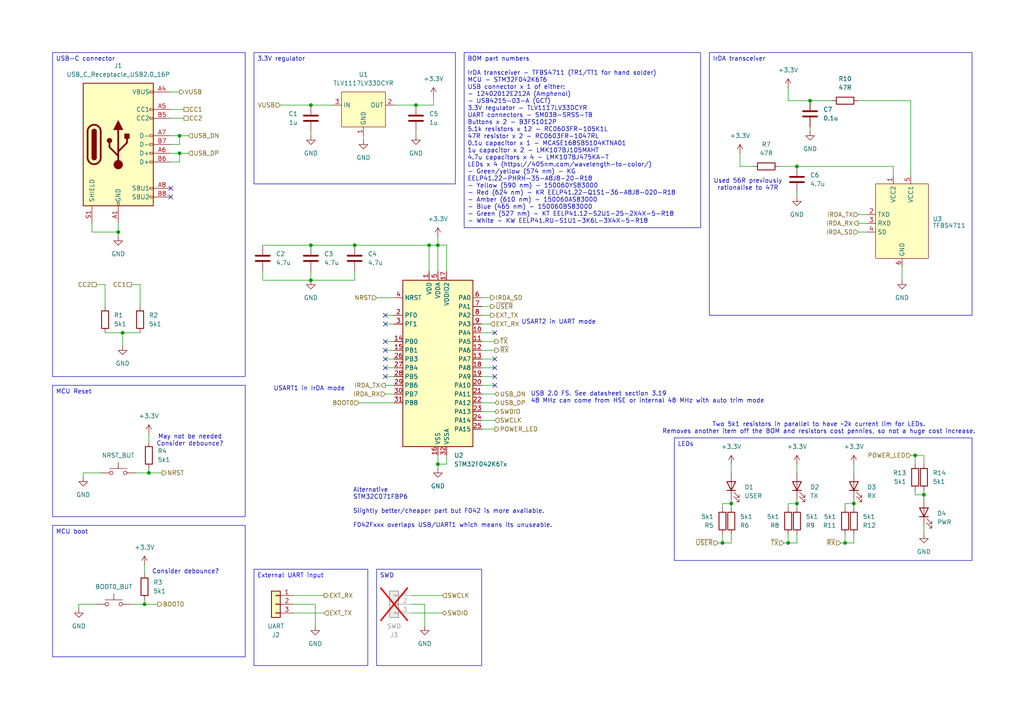
<source format=kicad_sch>
(kicad_sch (version 20250114) (generator "eeschema") (generator_version "9.0")
  (paper "A4")
  (lib_symbols
    (symbol "Connector:USB_C_Receptacle_USB2.0_16P" (pin_names (offset 1.016))
      (property "Reference" "J" (at 0 22.225 0))
      (property "Value" "USB_C_Receptacle_USB2.0_16P" (at 0 19.685 0))
      (symbol "USB_C_Receptacle_USB2.0_16P_0_0"
        (rectangle (start -0.254 -17.78) (end 0.254 -16.764))
        (rectangle (start 10.16 15.494) (end 9.144 14.986))
        (rectangle (start 10.16 10.414) (end 9.144 9.906))
        (rectangle (start 10.16 7.874) (end 9.144 7.366))
        (rectangle (start 10.16 2.794) (end 9.144 2.286))
        (rectangle (start 10.16 0.254) (end 9.144 -0.254))
        (rectangle (start 10.16 -2.286) (end 9.144 -2.794))
        (rectangle (start 10.16 -4.826) (end 9.144 -5.334))
        (rectangle (start 10.16 -12.446) (end 9.144 -12.954))
        (rectangle (start 10.16 -14.986) (end 9.144 -15.494))
      )
      (symbol "USB_C_Receptacle_USB2.0_16P_0_1"
        (rectangle (start -10.16 17.78) (end 10.16 -17.78) (stroke (width 0.254)) (fill (type background)))
        (polyline (pts (xy -8.89 -3.81) (xy -8.89 3.81)) (stroke (width 0.508)))
        (rectangle (start -7.62 -3.81) (end -6.35 3.81) (stroke (width 0.254)) (fill (type outline)))
        (arc (start -7.62 3.81) (mid -6.985 4.4423) (end -6.35 3.81) (stroke (width 0.254)))
        (arc (start -7.62 3.81) (mid -6.985 4.4423) (end -6.35 3.81) (stroke (width 0.254)) (fill (type outline)))
        (arc (start -8.89 3.81) (mid -6.985 5.7067) (end -5.08 3.81) (stroke (width 0.508)))
        (arc (start -5.08 -3.81) (mid -6.985 -5.7067) (end -8.89 -3.81) (stroke (width 0.508)))
        (arc (start -6.35 -3.81) (mid -6.985 -4.4423) (end -7.62 -3.81) (stroke (width 0.254)))
        (arc (start -6.35 -3.81) (mid -6.985 -4.4423) (end -7.62 -3.81) (stroke (width 0.254)) (fill (type outline)))
        (polyline (pts (xy -5.08 3.81) (xy -5.08 -3.81)) (stroke (width 0.508)))
        (circle (center -2.54 1.143) (radius 0.635) (stroke (width 0.254)) (fill (type outline)))
        (polyline (pts (xy -1.27 4.318) (xy 0 6.858) (xy 1.27 4.318) (xy -1.27 4.318)) (stroke (width 0.254)) (fill (type outline)))
        (polyline (pts (xy 0 -2.032) (xy 2.54 0.508) (xy 2.54 1.778)) (stroke (width 0.508)))
        (polyline (pts (xy 0 -3.302) (xy -2.54 -0.762) (xy -2.54 0.508)) (stroke (width 0.508)))
        (polyline (pts (xy 0 -5.842) (xy 0 4.318)) (stroke (width 0.508)))
        (circle (center 0 -5.842) (radius 1.27) (fill (type outline)))
        (rectangle (start 1.905 1.778) (end 3.175 3.048) (stroke (width 0.254)) (fill (type outline)))
      )
      (symbol "USB_C_Receptacle_USB2.0_16P_1_1"
        (pin passive line (at -7.62 -22.86 90) (length 5.08) (name "SHIELD") (number "S1"))
        (pin passive line (at 0 -22.86 90) (length 5.08) (name "GND") (number "A1"))
        (pin passive line (at 0 -22.86 90) (length 5.08) (hide yes) (name "GND") (number "A12"))
        (pin passive line (at 0 -22.86 90) (length 5.08) (hide yes) (name "GND") (number "B1"))
        (pin passive line (at 0 -22.86 90) (length 5.08) (hide yes) (name "GND") (number "B12"))
        (pin passive line (at 15.24 15.24 180) (length 5.08) (name "VBUS") (number "A4"))
        (pin passive line (at 15.24 15.24 180) (length 5.08) (hide yes) (name "VBUS") (number "A9"))
        (pin passive line (at 15.24 15.24 180) (length 5.08) (hide yes) (name "VBUS") (number "B4"))
        (pin passive line (at 15.24 15.24 180) (length 5.08) (hide yes) (name "VBUS") (number "B9"))
        (pin bidirectional line (at 15.24 10.16 180) (length 5.08) (name "CC1") (number "A5"))
        (pin bidirectional line (at 15.24 7.62 180) (length 5.08) (name "CC2") (number "B5"))
        (pin bidirectional line (at 15.24 2.54 180) (length 5.08) (name "D-") (number "A7"))
        (pin bidirectional line (at 15.24 0 180) (length 5.08) (name "D-") (number "B7"))
        (pin bidirectional line (at 15.24 -2.54 180) (length 5.08) (name "D+") (number "A6"))
        (pin bidirectional line (at 15.24 -5.08 180) (length 5.08) (name "D+") (number "B6"))
        (pin bidirectional line (at 15.24 -12.7 180) (length 5.08) (name "SBU1") (number "A8"))
        (pin bidirectional line (at 15.24 -15.24 180) (length 5.08) (name "SBU2") (number "B8"))
      )
    )
    (symbol "Connector_Generic:Conn_01x03" (pin_names (offset 1.016) (hide yes))
      (property "Reference" "J" (at 0 5.08 0))
      (property "Value" "Conn_01x03" (at 0 -5.08 0))
      (symbol "Conn_01x03_1_1"
        (rectangle (start -1.27 3.81) (end 1.27 -3.81) (stroke (width 0.254)) (fill (type background)))
        (rectangle (start -1.27 2.667) (end 0 2.413) (stroke (width 0.1524)))
        (rectangle (start -1.27 0.127) (end 0 -0.127) (stroke (width 0.1524)))
        (rectangle (start -1.27 -2.413) (end 0 -2.667) (stroke (width 0.1524)))
        (pin passive line (at -5.08 2.54 0) (length 3.81) (name "Pin_1") (number "1"))
        (pin passive line (at -5.08 0 0) (length 3.81) (name "Pin_2") (number "2"))
        (pin passive line (at -5.08 -2.54 0) (length 3.81) (name "Pin_3") (number "3"))
      )
    )
    (symbol "CustomSymbols:TFBS4711"
      (property "Reference" "U" (at 0 3.048 0))
      (property "Value" "TFBS4711" (at 0 0.762 0))
      (symbol "TFBS4711_1_1"
        (rectangle (start -7.62 -3.81) (end 7.62 -25.4) (fill (type background)))
        (pin passive line (at -10.16 -12.7 0) (length 2.54) (name "TXD") (number "2"))
        (pin passive line (at -10.16 -15.24 0) (length 2.54) (name "RXD") (number "3"))
        (pin passive line (at -10.16 -17.78 0) (length 2.54) (name "SD") (number "4"))
        (pin power_in line (at -2.54 -1.27 270) (length 2.54) (name "VCC2") (number "1"))
        (pin power_in line (at 0 -27.94 90) (length 2.54) (name "GND") (number "6"))
        (pin power_in line (at 2.54 -1.27 270) (length 2.54) (name "VCC1") (number "5"))
      )
    )
    (symbol "Device:C" (pin_numbers (hide yes)) (pin_names (offset 0.254))
      (property "Reference" "C" (at 0.635 2.54 0))
      (property "Value" "C" (at 0.635 -2.54 0))
      (symbol "C_0_1"
        (polyline (pts (xy -2.032 0.762) (xy 2.032 0.762)) (stroke (width 0.508)))
        (polyline (pts (xy -2.032 -0.762) (xy 2.032 -0.762)) (stroke (width 0.508)))
      )
      (symbol "C_1_1"
        (pin passive line (at 0 3.81 270) (length 2.794) (name "~") (number "1"))
        (pin passive line (at 0 -3.81 90) (length 2.794) (name "~") (number "2"))
      )
    )
    (symbol "Device:LED" (pin_numbers (hide yes)) (pin_names (offset 1.016) (hide yes))
      (property "Reference" "D" (at 0 2.54 0))
      (property "Value" "LED" (at 0 -2.54 0))
      (symbol "LED_0_1"
        (polyline (pts (xy -3.048 -0.762) (xy -4.572 -2.286) (xy -3.81 -2.286) (xy -4.572 -2.286) (xy -4.572 -1.524)))
        (polyline (pts (xy -1.778 -0.762) (xy -3.302 -2.286) (xy -2.54 -2.286) (xy -3.302 -2.286) (xy -3.302 -1.524)))
        (polyline (pts (xy -1.27 0) (xy 1.27 0)))
        (polyline (pts (xy -1.27 -1.27) (xy -1.27 1.27)) (stroke (width 0.254)))
        (polyline (pts (xy 1.27 -1.27) (xy 1.27 1.27) (xy -1.27 0) (xy 1.27 -1.27)) (stroke (width 0.254)))
      )
      (symbol "LED_1_1"
        (pin passive line (at -3.81 0 0) (length 2.54) (name "K") (number "1"))
        (pin passive line (at 3.81 0 180) (length 2.54) (name "A") (number "2"))
      )
    )
    (symbol "Device:R" (pin_numbers (hide yes)) (pin_names (offset 0))
      (property "Reference" "R" (at 2.032 0 90))
      (property "Value" "R" (at 0 0 90))
      (symbol "R_0_1"
        (rectangle (start -1.016 -2.54) (end 1.016 2.54) (stroke (width 0.254)))
      )
      (symbol "R_1_1"
        (pin passive line (at 0 3.81 270) (length 1.27) (name "~") (number "1"))
        (pin passive line (at 0 -3.81 90) (length 1.27) (name "~") (number "2"))
      )
    )
    (symbol "MCU_ST_STM32F0:STM32F042K6Tx"
      (property "Reference" "U" (at -10.16 26.67 0))
      (property "Value" "STM32F042K6Tx" (at 5.08 26.67 0))
      (symbol "STM32F042K6Tx_0_1"
        (rectangle (start -10.16 -22.86) (end 10.16 25.4) (stroke (width 0.254)) (fill (type background)))
      )
      (symbol "STM32F042K6Tx_1_1"
        (pin input line (at -12.7 20.32 0) (length 2.54) (name "NRST") (number "4"))
        (pin bidirectional line (at -12.7 15.24 0) (length 2.54) (name "PF0") (number "2"))
        (pin bidirectional line (at -12.7 12.7 0) (length 2.54) (name "PF1") (number "3"))
        (pin bidirectional line (at -12.7 7.62 0) (length 2.54) (name "PB0") (number "14"))
        (pin bidirectional line (at -12.7 5.08 0) (length 2.54) (name "PB1") (number "15"))
        (pin bidirectional line (at -12.7 2.54 0) (length 2.54) (name "PB3") (number "26"))
        (pin bidirectional line (at -12.7 0 0) (length 2.54) (name "PB4") (number "27"))
        (pin bidirectional line (at -12.7 -2.54 0) (length 2.54) (name "PB5") (number "28"))
        (pin bidirectional line (at -12.7 -5.08 0) (length 2.54) (name "PB6") (number "29"))
        (pin bidirectional line (at -12.7 -7.62 0) (length 2.54) (name "PB7") (number "30"))
        (pin bidirectional line (at -12.7 -10.16 0) (length 2.54) (name "PB8") (number "31"))
        (pin power_in line (at -2.54 27.94 270) (length 2.54) (name "VDD") (number "1"))
        (pin power_in line (at 0 27.94 270) (length 2.54) (name "VDDA") (number "5"))
        (pin power_in line (at 0 -25.4 90) (length 2.54) (name "VSS") (number "16"))
        (pin power_in line (at 2.54 27.94 270) (length 2.54) (name "VDDIO2") (number "17"))
        (pin power_in line (at 2.54 -25.4 90) (length 2.54) (name "VSSA") (number "32"))
        (pin bidirectional line (at 12.7 20.32 180) (length 2.54) (name "PA0") (number "6"))
        (pin bidirectional line (at 12.7 17.78 180) (length 2.54) (name "PA1") (number "7"))
        (pin bidirectional line (at 12.7 15.24 180) (length 2.54) (name "PA2") (number "8"))
        (pin bidirectional line (at 12.7 12.7 180) (length 2.54) (name "PA3") (number "9"))
        (pin bidirectional line (at 12.7 10.16 180) (length 2.54) (name "PA4") (number "10"))
        (pin bidirectional line (at 12.7 7.62 180) (length 2.54) (name "PA5") (number "11"))
        (pin bidirectional line (at 12.7 5.08 180) (length 2.54) (name "PA6") (number "12"))
        (pin bidirectional line (at 12.7 2.54 180) (length 2.54) (name "PA7") (number "13"))
        (pin bidirectional line (at 12.7 0 180) (length 2.54) (name "PA8") (number "18"))
        (pin bidirectional line (at 12.7 -2.54 180) (length 2.54) (name "PA9") (number "19"))
        (pin bidirectional line (at 12.7 -5.08 180) (length 2.54) (name "PA10") (number "20"))
        (pin bidirectional line (at 12.7 -7.62 180) (length 2.54) (name "PA11") (number "21"))
        (pin bidirectional line (at 12.7 -10.16 180) (length 2.54) (name "PA12") (number "22"))
        (pin bidirectional line (at 12.7 -12.7 180) (length 2.54) (name "PA13") (number "23"))
        (pin bidirectional line (at 12.7 -15.24 180) (length 2.54) (name "PA14") (number "24"))
        (pin bidirectional line (at 12.7 -17.78 180) (length 2.54) (name "PA15") (number "25"))
      )
    )
    (symbol "Switch:SW_Push" (pin_numbers (hide yes)) (pin_names (offset 1.016) (hide yes))
      (property "Reference" "SW" (at 1.27 2.54 0))
      (property "Value" "SW_Push" (at 0 -1.524 0))
      (symbol "SW_Push_0_1"
        (circle (center -2.032 0) (radius 0.508))
        (polyline (pts (xy 0 1.27) (xy 0 3.048)))
        (circle (center 2.032 0) (radius 0.508))
        (polyline (pts (xy 2.54 1.27) (xy -2.54 1.27)))
        (pin passive line (at -5.08 0 0) (length 2.54) (name "1") (number "1"))
        (pin passive line (at 5.08 0 180) (length 2.54) (name "2") (number "2"))
      )
    )
    (symbol "irda:TLV1117LV33DCYR"
      (property "Reference" "U" (at 0 2.286 0))
      (property "Value" "TLV1117LV33DCYR" (at 0 0 0))
      (symbol "TLV1117LV33DCYR_1_1"
        (rectangle (start -6.35 -1.27) (end 6.35 -11.43) (fill (type background)))
        (pin passive line (at -8.89 -5.08 0) (length 2.54) (name "IN") (number "3"))
        (pin passive line (at 0 -13.97 90) (length 2.54) (name "GND") (number "1"))
        (pin passive line (at 8.89 -5.08 180) (length 2.54) (name "OUT") (number "2"))
      )
    )
    (symbol "power:+3.3V" (power) (pin_numbers (hide yes)) (pin_names (offset 0) (hide yes))
      (property "Value" "+3.3V" (at 0 3.556 0))
      (symbol "+3.3V_0_1"
        (polyline (pts (xy -0.762 1.27) (xy 0 2.54)))
        (polyline (pts (xy 0 2.54) (xy 0.762 1.27)))
        (polyline (pts (xy 0 0) (xy 0 2.54)))
      )
      (symbol "+3.3V_1_1"
        (pin power_in line (at 0 0 90) (length 0) (name "~") (number "1"))
      )
    )
    (symbol "power:GND" (power) (pin_numbers (hide yes)) (pin_names (offset 0) (hide yes))
      (property "Value" "GND" (at 0 -3.81 0))
      (symbol "GND_0_1"
        (polyline (pts (xy 0 0) (xy 0 -1.27) (xy 1.27 -1.27) (xy 0 -2.54) (xy -1.27 -1.27) (xy 0 -1.27)))
      )
      (symbol "GND_1_1"
        (pin power_in line (at 0 0 270) (length 0) (name "~") (number "1"))
      )
    )
  )
  (text "USB 2.0 FS. See datasheet section 3.19\n48 MHz can come from HSE or internal 48 MHz with auto trim mode" (at 153.924 115.316 0) (effects (font (size 1.27 1.27)) (justify left)))
  (text "USART2 in UART mode" (at 162.052 93.472 0) (effects (font (size 1.27 1.27))))
  (text "Consider debounce?" (at 53.848 165.862 0) (effects (font (size 1.27 1.27))))
  (text "May not be needed\nConsider debounce?" (at 55.118 127.762 0) (effects (font (size 1.27 1.27))))
  (text "Two 5k1 resistors in parallel to have ~2k current lim for LEDs.\nRemoves another item off the BOM and resistors cost pennies, so not a huge cost increase." (at 237.49 124.206 0) (effects (font (size 1.27 1.27))))
  (text "USART1 in IrDA mode\n" (at 100.076 112.776 0) (effects (font (size 1.27 1.27)) (justify right)))
  (text "Used 56R previously\nrationalise to 47R" (at 216.916 53.594 0) (effects (font (size 1.27 1.27))))
  (text "Alternative\nSTM32C071FBP6\n\nSlightly better/cheaper part but F042 is more available.\n\nF042Fxxx overlaps USB/UART1 which means its unuseable." (at 102.362 147.32 0) (effects (font (size 1.27 1.27)) (justify left)))
  (text_box "MCU Reset" (at 15.24 111.76 0) (size 55.88 38.1) (margins 0.9525 0.9525 0.9525 0.9525) (effects (font (size 1.27 1.27)) (justify left top)))
  (text_box "USB-C connector" (at 15.24 15.24 0) (size 55.88 93.98) (margins 0.9525 0.9525 0.9525 0.9525) (effects (font (size 1.27 1.27)) (justify left top)))
  (text_box "MCU boot" (at 15.24 152.4 0) (size 55.88 38.1) (margins 0.9525 0.9525 0.9525 0.9525) (effects (font (size 1.27 1.27)) (justify left top)))
  (text_box "LEDs" (at 195.58 127 0) (size 86.36 35.56) (margins 0.9525 0.9525 0.9525 0.9525) (effects (font (size 1.27 1.27)) (justify left top)))
  (text_box "SWD" (at 109.22 165.1 0) (size 30.48 27.94) (margins 0.9525 0.9525 0.9525 0.9525) (effects (font (size 1.27 1.27)) (justify left top)))
  (text_box "BOM part numbers\n\nIrDA transceiver - TFBS4711 (TR1/TT1 for hand solder)\nMCU - STM32F042K6T6\nUSB connector x 1 of either:\n- 12402012E212A (Amphenol)\n- USB4215-03-A (GCT)\n3.3V regulator - TLV1117LV33DCYR\nUART connectors - SM03B-SRSS-TB\nButtons x 2 - B3FS1012P\n5.1k resistors x 12 - RC0603FR-105K1L\n47R resistor x 2 - RC0603FR-1047RL\n0.1u capacitor x 1 - MCASE168SB5104KTNA01\n1u capacitor x 2 - LMK107BJ105MAHT\n4.7u capacitors x 4 - LMK107BJ475KA-T\nLEDs x 4 (https://405nm.com/wavelength-to-color/)\n- Green/yellow (574 nm) - KG EELP41.22-PHRH-35-A8J8-20-R18 \n- Yellow (590 nm) - 150060YS83000\n- Red (624 nm) - KR EELP41.22-Q1S1-36-A8J8-020-R18\n- Amber (610 nm) - 150060AS83000 \n- Blue (465 nm) - 150060BS83000 \n- Green (527 nm) - KT EELP41.12-S2U1-25-2X4X-5-R18 \n- White - KW EELP41.RU-S1U1-3K6L-3X4X-5-R18\n\n\n\n \n\n\n\n\n" (at 134.62 15.24 0) (size 68.58 50.8) (margins 0.9525 0.9525 0.9525 0.9525) (effects (font (size 1.27 1.27)) (justify left top)))
  (text_box "3.3V regulator" (at 73.66 15.24 0) (size 58.42 38.1) (margins 0.9525 0.9525 0.9525 0.9525) (effects (font (size 1.27 1.27)) (justify left top)))
  (text_box "External UART input" (at 73.66 165.1 0) (size 33.02 27.94) (margins 0.9525 0.9525 0.9525 0.9525) (effects (font (size 1.27 1.27)) (justify left top)))
  (text_box "IrDA transceiver" (at 205.74 15.24 0) (size 76.2 76.2) (margins 0.9525 0.9525 0.9525 0.9525) (effects (font (size 1.27 1.27)) (justify left top)))
  (junction (at 52.07 44.45))
  (junction (at 234.95 29.21))
  (junction (at 265.43 132.08))
  (junction (at 124.46 71.12))
  (junction (at 231.14 146.05))
  (junction (at 90.17 71.12))
  (junction (at 41.91 175.26))
  (junction (at 35.56 96.52))
  (junction (at 245.11 157.48))
  (junction (at 127 71.12))
  (junction (at 247.65 146.05))
  (junction (at 212.09 146.05))
  (junction (at 120.65 30.48))
  (junction (at 228.6 157.48))
  (junction (at 43.18 137.16))
  (junction (at 90.17 81.28))
  (junction (at 267.97 143.51))
  (junction (at 102.87 71.12))
  (junction (at 209.55 157.48))
  (junction (at 90.17 30.48))
  (junction (at 52.07 39.37))
  (junction (at 231.14 48.26))
  (junction (at 127 134.62))
  (junction (at 34.29 67.31))
  (no_connect (at 111.76 99.06))
  (no_connect (at 143.51 96.52))
  (no_connect (at 143.51 106.68))
  (no_connect (at 49.53 57.15))
  (no_connect (at 143.51 111.76))
  (no_connect (at 111.76 93.98))
  (no_connect (at 143.51 104.14))
  (no_connect (at 111.76 106.68))
  (no_connect (at 143.51 109.22))
  (no_connect (at 111.76 109.22))
  (no_connect (at 111.76 104.14))
  (no_connect (at 49.53 54.61))
  (no_connect (at 111.76 91.44))
  (no_connect (at 111.76 101.6))
  (wire (pts (xy 52.07 44.45) (xy 54.61 44.45)))
  (wire (pts (xy 111.76 114.3) (xy 114.3 114.3)))
  (wire (pts (xy 247.65 147.32) (xy 247.65 146.05)))
  (wire (pts (xy 259.08 48.26) (xy 231.14 48.26)))
  (wire (pts (xy 49.53 39.37) (xy 52.07 39.37)))
  (wire (pts (xy 228.6 147.32) (xy 228.6 146.05)))
  (wire (pts (xy 209.55 157.48) (xy 209.55 154.94)))
  (wire (pts (xy 43.18 125.73) (xy 43.18 128.27)))
  (wire (pts (xy 49.53 46.99) (xy 52.07 46.99)))
  (wire (pts (xy 93.98 177.8) (xy 85.09 177.8)))
  (wire (pts (xy 139.7 106.68) (xy 143.51 106.68)))
  (wire (pts (xy 228.6 157.48) (xy 228.6 154.94)))
  (wire (pts (xy 231.14 137.16) (xy 231.14 134.62)))
  (wire (pts (xy 27.94 82.55) (xy 30.48 82.55)))
  (wire (pts (xy 208.28 157.48) (xy 209.55 157.48)))
  (wire (pts (xy 129.54 71.12) (xy 129.54 78.74)))
  (wire (pts (xy 139.7 109.22) (xy 143.51 109.22)))
  (wire (pts (xy 212.09 147.32) (xy 212.09 146.05)))
  (wire (pts (xy 261.62 81.28) (xy 261.62 77.47)))
  (wire (pts (xy 111.76 93.98) (xy 114.3 93.98)))
  (wire (pts (xy 30.48 82.55) (xy 30.48 88.9)))
  (wire (pts (xy 34.29 64.77) (xy 34.29 67.31)))
  (wire (pts (xy 90.17 78.74) (xy 90.17 81.28)))
  (wire (pts (xy 76.2 78.74) (xy 76.2 81.28)))
  (wire (pts (xy 248.92 67.31) (xy 251.46 67.31)))
  (wire (pts (xy 226.06 48.26) (xy 231.14 48.26)))
  (wire (pts (xy 142.24 88.9) (xy 139.7 88.9)))
  (wire (pts (xy 142.24 86.36) (xy 139.7 86.36)))
  (wire (pts (xy 267.97 132.08) (xy 267.97 134.62)))
  (wire (pts (xy 30.48 96.52) (xy 35.56 96.52)))
  (wire (pts (xy 139.7 101.6) (xy 143.51 101.6)))
  (wire (pts (xy 105.41 40.64) (xy 105.41 39.37)))
  (wire (pts (xy 127 134.62) (xy 127 135.89)))
  (wire (pts (xy 120.65 30.48) (xy 125.73 30.48)))
  (wire (pts (xy 52.07 26.67) (xy 49.53 26.67)))
  (wire (pts (xy 228.6 146.05) (xy 231.14 146.05)))
  (wire (pts (xy 111.76 99.06) (xy 114.3 99.06)))
  (wire (pts (xy 243.84 157.48) (xy 245.11 157.48)))
  (wire (pts (xy 231.14 146.05) (xy 231.14 144.78)))
  (wire (pts (xy 231.14 147.32) (xy 231.14 146.05)))
  (wire (pts (xy 139.7 119.38) (xy 143.51 119.38)))
  (wire (pts (xy 234.95 29.21) (xy 241.3 29.21)))
  (wire (pts (xy 43.18 137.16) (xy 46.99 137.16)))
  (wire (pts (xy 259.08 50.8) (xy 259.08 48.26)))
  (wire (pts (xy 24.13 138.43) (xy 24.13 137.16)))
  (wire (pts (xy 41.91 163.83) (xy 41.91 166.37)))
  (wire (pts (xy 227.33 157.48) (xy 228.6 157.48)))
  (wire (pts (xy 248.92 64.77) (xy 251.46 64.77)))
  (wire (pts (xy 139.7 93.98) (xy 142.24 93.98)))
  (wire (pts (xy 49.53 41.91) (xy 52.07 41.91)))
  (wire (pts (xy 125.73 30.48) (xy 125.73 27.94)))
  (wire (pts (xy 209.55 147.32) (xy 209.55 146.05)))
  (wire (pts (xy 248.92 29.21) (xy 264.16 29.21)))
  (wire (pts (xy 245.11 157.48) (xy 247.65 157.48)))
  (wire (pts (xy 228.6 157.48) (xy 231.14 157.48)))
  (wire (pts (xy 124.46 71.12) (xy 124.46 78.74)))
  (wire (pts (xy 139.7 121.92) (xy 143.51 121.92)))
  (wire (pts (xy 22.86 175.26) (xy 27.94 175.26)))
  (wire (pts (xy 40.64 82.55) (xy 38.1 82.55)))
  (wire (pts (xy 245.11 157.48) (xy 245.11 154.94)))
  (wire (pts (xy 119.38 172.72) (xy 128.27 172.72)))
  (wire (pts (xy 120.65 38.1) (xy 120.65 39.37)))
  (wire (pts (xy 247.65 157.48) (xy 247.65 154.94)))
  (wire (pts (xy 139.7 91.44) (xy 142.24 91.44)))
  (wire (pts (xy 127 71.12) (xy 127 78.74)))
  (wire (pts (xy 228.6 29.21) (xy 234.95 29.21)))
  (wire (pts (xy 139.7 104.14) (xy 143.51 104.14)))
  (wire (pts (xy 124.46 71.12) (xy 127 71.12)))
  (wire (pts (xy 143.51 124.46) (xy 139.7 124.46)))
  (wire (pts (xy 267.97 143.51) (xy 267.97 144.78)))
  (wire (pts (xy 91.44 175.26) (xy 91.44 181.61)))
  (wire (pts (xy 127 132.08) (xy 127 134.62)))
  (wire (pts (xy 247.65 146.05) (xy 247.65 144.78)))
  (wire (pts (xy 35.56 96.52) (xy 35.56 100.33)))
  (wire (pts (xy 40.64 88.9) (xy 40.64 82.55)))
  (wire (pts (xy 93.98 172.72) (xy 85.09 172.72)))
  (wire (pts (xy 228.6 25.4) (xy 228.6 29.21)))
  (wire (pts (xy 26.67 67.31) (xy 34.29 67.31)))
  (wire (pts (xy 26.67 64.77) (xy 26.67 67.31)))
  (wire (pts (xy 41.91 173.99) (xy 41.91 175.26)))
  (wire (pts (xy 111.76 111.76) (xy 114.3 111.76)))
  (wire (pts (xy 247.65 137.16) (xy 247.65 134.62)))
  (wire (pts (xy 85.09 175.26) (xy 91.44 175.26)))
  (wire (pts (xy 52.07 46.99) (xy 52.07 44.45)))
  (wire (pts (xy 52.07 41.91) (xy 52.07 39.37)))
  (wire (pts (xy 265.43 132.08) (xy 267.97 132.08)))
  (wire (pts (xy 111.76 106.68) (xy 114.3 106.68)))
  (wire (pts (xy 111.76 91.44) (xy 114.3 91.44)))
  (wire (pts (xy 90.17 38.1) (xy 90.17 39.37)))
  (wire (pts (xy 231.14 157.48) (xy 231.14 154.94)))
  (wire (pts (xy 127 71.12) (xy 129.54 71.12)))
  (wire (pts (xy 81.28 30.48) (xy 90.17 30.48)))
  (wire (pts (xy 34.29 68.58) (xy 34.29 67.31)))
  (wire (pts (xy 139.7 111.76) (xy 143.51 111.76)))
  (wire (pts (xy 49.53 34.29) (xy 53.34 34.29)))
  (wire (pts (xy 76.2 71.12) (xy 90.17 71.12)))
  (wire (pts (xy 49.53 44.45) (xy 52.07 44.45)))
  (wire (pts (xy 90.17 71.12) (xy 102.87 71.12)))
  (wire (pts (xy 139.7 116.84) (xy 143.51 116.84)))
  (wire (pts (xy 49.53 31.75) (xy 53.34 31.75)))
  (wire (pts (xy 109.22 86.36) (xy 114.3 86.36)))
  (wire (pts (xy 209.55 157.48) (xy 212.09 157.48)))
  (wire (pts (xy 90.17 30.48) (xy 96.52 30.48)))
  (wire (pts (xy 248.92 62.23) (xy 251.46 62.23)))
  (wire (pts (xy 114.3 30.48) (xy 120.65 30.48)))
  (wire (pts (xy 265.43 142.24) (xy 265.43 143.51)))
  (wire (pts (xy 39.37 137.16) (xy 43.18 137.16)))
  (wire (pts (xy 119.38 175.26) (xy 123.19 175.26)))
  (wire (pts (xy 212.09 137.16) (xy 212.09 134.62)))
  (wire (pts (xy 139.7 114.3) (xy 143.51 114.3)))
  (wire (pts (xy 214.63 48.26) (xy 218.44 48.26)))
  (wire (pts (xy 111.76 101.6) (xy 114.3 101.6)))
  (wire (pts (xy 43.18 135.89) (xy 43.18 137.16)))
  (wire (pts (xy 267.97 152.4) (xy 267.97 154.94)))
  (wire (pts (xy 212.09 157.48) (xy 212.09 154.94)))
  (wire (pts (xy 52.07 39.37) (xy 54.61 39.37)))
  (wire (pts (xy 76.2 81.28) (xy 90.17 81.28)))
  (wire (pts (xy 35.56 96.52) (xy 40.64 96.52)))
  (wire (pts (xy 90.17 81.28) (xy 102.87 81.28)))
  (wire (pts (xy 139.7 96.52) (xy 143.51 96.52)))
  (wire (pts (xy 264.16 29.21) (xy 264.16 50.8)))
  (wire (pts (xy 212.09 146.05) (xy 212.09 144.78)))
  (wire (pts (xy 129.54 132.08) (xy 129.54 134.62)))
  (wire (pts (xy 102.87 71.12) (xy 124.46 71.12)))
  (wire (pts (xy 123.19 175.26) (xy 123.19 181.61)))
  (wire (pts (xy 234.95 36.83) (xy 234.95 38.1)))
  (wire (pts (xy 114.3 109.22) (xy 111.76 109.22)))
  (wire (pts (xy 265.43 132.08) (xy 265.43 134.62)))
  (wire (pts (xy 111.76 104.14) (xy 114.3 104.14)))
  (wire (pts (xy 265.43 143.51) (xy 267.97 143.51)))
  (wire (pts (xy 139.7 99.06) (xy 143.51 99.06)))
  (wire (pts (xy 245.11 146.05) (xy 247.65 146.05)))
  (wire (pts (xy 264.16 132.08) (xy 265.43 132.08)))
  (wire (pts (xy 24.13 137.16) (xy 29.21 137.16)))
  (wire (pts (xy 104.14 116.84) (xy 114.3 116.84)))
  (wire (pts (xy 102.87 78.74) (xy 102.87 81.28)))
  (wire (pts (xy 129.54 134.62) (xy 127 134.62)))
  (wire (pts (xy 119.38 177.8) (xy 128.27 177.8)))
  (wire (pts (xy 127 68.58) (xy 127 71.12)))
  (wire (pts (xy 267.97 142.24) (xy 267.97 143.51)))
  (wire (pts (xy 41.91 175.26) (xy 45.72 175.26)))
  (wire (pts (xy 209.55 146.05) (xy 212.09 146.05)))
  (wire (pts (xy 231.14 55.88) (xy 231.14 57.15)))
  (wire (pts (xy 38.1 175.26) (xy 41.91 175.26)))
  (wire (pts (xy 245.11 147.32) (xy 245.11 146.05)))
  (wire (pts (xy 22.86 176.53) (xy 22.86 175.26)))
  (wire (pts (xy 214.63 44.45) (xy 214.63 48.26)))
  (hierarchical_label "BOOT0" (shape output) (at 45.72 175.26 0))
  (hierarchical_label "IRDA_RX" (shape output) (at 248.92 64.77 180))
  (hierarchical_label "VUSB" (shape input) (at 81.28 30.48 180))
  (hierarchical_label "IRDA_TX" (shape output) (at 111.76 111.76 180))
  (hierarchical_label "BOOT0" (shape input) (at 104.14 116.84 180))
  (hierarchical_label "~{TX}" (shape input) (at 227.33 157.48 180))
  (hierarchical_label "IRDA_SD" (shape input) (at 248.92 67.31 180))
  (hierarchical_label "VUSB" (shape output) (at 52.07 26.67 0))
  (hierarchical_label "USB_DN" (shape input) (at 54.61 39.37 0))
  (hierarchical_label "~{RX}" (shape output) (at 143.51 101.6 0))
  (hierarchical_label "CC1" (shape passive) (at 38.1 82.55 180))
  (hierarchical_label "IRDA_TX" (shape input) (at 248.92 62.23 180))
  (hierarchical_label "NRST" (shape output) (at 46.99 137.16 0))
  (hierarchical_label "EXT_TX" (shape output) (at 142.24 91.44 0))
  (hierarchical_label "SWCLK" (shape input) (at 143.51 121.92 0))
  (hierarchical_label "SWDIO" (shape bidirectional) (at 143.51 119.38 0))
  (hierarchical_label "USB_DP" (shape bidirectional) (at 143.51 116.84 0))
  (hierarchical_label "CC2" (shape passive) (at 53.34 34.29 0))
  (hierarchical_label "~{USER}" (shape output) (at 142.24 88.9 0))
  (hierarchical_label "NRST" (shape input) (at 109.22 86.36 180))
  (hierarchical_label "~{RX}" (shape input) (at 243.84 157.48 180))
  (hierarchical_label "~{TX}" (shape output) (at 143.51 99.06 0))
  (hierarchical_label "SWDIO" (shape bidirectional) (at 128.27 177.8 0))
  (hierarchical_label "~{USER}" (shape input) (at 208.28 157.48 180))
  (hierarchical_label "POWER_LED" (shape output) (at 143.51 124.46 0))
  (hierarchical_label "CC2" (shape passive) (at 27.94 82.55 180))
  (hierarchical_label "IRDA_RX" (shape input) (at 111.76 114.3 180))
  (hierarchical_label "EXT_RX" (shape output) (at 93.98 172.72 0))
  (hierarchical_label "POWER_LED" (shape input) (at 264.16 132.08 180))
  (hierarchical_label "IRDA_SD" (shape output) (at 142.24 86.36 0))
  (hierarchical_label "EXT_TX" (shape input) (at 93.98 177.8 0))
  (hierarchical_label "USB_DP" (shape input) (at 54.61 44.45 0))
  (hierarchical_label "EXT_RX" (shape input) (at 142.24 93.98 0))
  (hierarchical_label "CC1" (shape passive) (at 53.34 31.75 0))
  (hierarchical_label "SWCLK" (shape input) (at 128.27 172.72 0))
  (hierarchical_label "USB_DN" (shape bidirectional) (at 143.51 114.3 0))
  (symbol (lib_id "power:GND") (at 127 135.89 0) (unit 1)
    (property "Reference" "#PWR015" (effects (hide yes)))
    (property "Value" "GND" (at 127 140.97 0))
    (property "Description" "Power symbol creates a global label with name \"GND\" , ground" (effects (hide yes)))
  )
  (symbol (lib_id "Device:R") (at 222.25 48.26 90) (unit 1)
    (property "Reference" "R7" (at 222.25 41.91 90))
    (property "Value" "47R" (at 222.25 44.45 90))
    (property "Footprint" "Resistor_SMD:R_0603_1608Metric" (effects (hide yes)))
    (property "Description" "Resistor" (effects (hide yes)))
  )
  (symbol (lib_id "Device:LED") (at 231.14 140.97 90) (unit 1)
    (property "Reference" "D2" (at 234.95 141.2874 90) (effects (justify right)))
    (property "Value" "TX" (at 234.95 143.8274 90) (effects (justify right)))
    (property "Footprint" "LED_SMD:LED_0603_1608Metric" (effects (hide yes)))
    (property "Description" "Light emitting diode" (effects (hide yes)))
    (property "Sim.Pins" "1=K 2=A" (effects (hide yes)))
  )
  (symbol (lib_id "power:+3.3V") (at 214.63 44.45 0) (unit 1)
    (property "Reference" "#PWR017" (effects (hide yes)))
    (property "Value" "+3.3V" (at 214.63 39.37 0))
    (property "Description" "Power symbol creates a global label with name \"+3.3V\"" (effects (hide yes)))
  )
  (symbol (lib_id "Device:C") (at 231.14 52.07 0) (unit 1)
    (property "Reference" "C6" (at 234.95 50.7999 0) (effects (justify left)))
    (property "Value" "4.7u" (at 234.95 53.3399 0) (effects (justify left)))
    (property "Footprint" "Capacitor_SMD:C_0603_1608Metric" (effects (hide yes)))
    (property "Description" "Unpolarized capacitor" (effects (hide yes)))
  )
  (symbol (lib_id "Device:LED") (at 212.09 140.97 90) (unit 1)
    (property "Reference" "D1" (at 215.9 141.2874 90) (effects (justify right)))
    (property "Value" "USER" (at 215.9 143.8274 90) (effects (justify right)))
    (property "Footprint" "LED_SMD:LED_0603_1608Metric" (effects (hide yes)))
    (property "Description" "Light emitting diode" (effects (hide yes)))
    (property "Sim.Pins" "1=K 2=A" (effects (hide yes)))
  )
  (symbol (lib_id "Switch:SW_Push") (at 33.02 175.26 0) (unit 1)
    (property "Reference" "SW1" (effects (hide yes)))
    (property "Value" "BOOT0_BUT" (at 33.02 170.18 0))
    (property "Footprint" "irda:SW_SPST_Omron_B3FS-100xP" (effects (hide yes)))
    (property "Description" "Push button switch, generic, two pins" (effects (hide yes)))
  )
  (symbol (lib_id "MCU_ST_STM32F0:STM32F042K6Tx") (at 127 106.68 0) (unit 1)
    (property "Reference" "U2" (at 131.6833 132.08 0) (effects (justify left)))
    (property "Value" "STM32F042K6Tx" (at 131.6833 134.62 0) (effects (justify left)))
    (property "Footprint" "Package_QFP:LQFP-32_7x7mm_P0.8mm" (effects (hide yes)))
    (property "Datasheet" "https://www.st.com/resource/en/datasheet/stm32f042k6.pdf" (effects (hide yes)))
    (property "Description" "STMicroelectronics Arm Cortex-M0 MCU, 32KB flash, 6KB RAM, 48 MHz, 2.0-3.6V, 26 GPIO, LQFP32" (effects (hide yes)))
  )
  (symbol (lib_id "power:GND") (at 34.29 68.58 0) (unit 1)
    (property "Reference" "#PWR03" (effects (hide yes)))
    (property "Value" "GND" (at 34.29 73.66 0))
    (property "Description" "Power symbol creates a global label with name \"GND\" , ground" (effects (hide yes)))
  )
  (symbol (lib_id "Device:R") (at 265.43 138.43 0) (mirror y) (unit 1)
    (property "Reference" "R13" (at 262.89 137.1599 0) (effects (justify left)))
    (property "Value" "5k1" (at 262.89 139.6999 0) (effects (justify left)))
    (property "Footprint" "Resistor_SMD:R_0603_1608Metric" (effects (hide yes)))
    (property "Description" "Resistor" (effects (hide yes)))
  )
  (symbol (lib_id "Connector:USB_C_Receptacle_USB2.0_16P") (at 34.29 41.91 0) (unit 1)
    (property "Reference" "J1" (at 34.29 19.05 0))
    (property "Value" "USB_C_Receptacle_USB2.0_16P" (at 34.29 21.59 0))
    (property "Footprint" "irda:GCT_USB4215_03_A" (effects (hide yes)))
    (property "Datasheet" "https://www.usb.org/sites/default/files/documents/usb_type-c.zip" (effects (hide yes)))
    (property "Description" "USB 2.0-only 16P Type-C Receptacle connector" (effects (hide yes)))
  )
  (symbol (lib_id "power:+3.3V") (at 247.65 134.62 0) (unit 1)
    (property "Reference" "#PWR022" (effects (hide yes)))
    (property "Value" "+3.3V" (at 247.65 129.54 0))
    (property "Description" "Power symbol creates a global label with name \"+3.3V\"" (effects (hide yes)))
  )
  (symbol (lib_id "Device:R") (at 231.14 151.13 0) (mirror x) (unit 1)
    (property "Reference" "R9" (at 233.68 152.4001 0) (effects (justify left)))
    (property "Value" "5k1" (at 233.68 149.8601 0) (effects (justify left)))
    (property "Footprint" "Resistor_SMD:R_0603_1608Metric" (effects (hide yes)))
    (property "Description" "Resistor" (effects (hide yes)))
  )
  (symbol (lib_id "Device:R") (at 40.64 92.71 0) (unit 1)
    (property "Reference" "R2" (at 43.18 91.4399 0) (effects (justify left)))
    (property "Value" "5k1" (at 43.18 93.9799 0) (effects (justify left)))
    (property "Footprint" "Resistor_SMD:R_0603_1608Metric" (effects (hide yes)))
    (property "Description" "Resistor" (effects (hide yes)))
  )
  (symbol (lib_id "power:+3.3V") (at 127 68.58 0) (unit 1)
    (property "Reference" "#PWR014" (effects (hide yes)))
    (property "Value" "+3.3V" (at 127 63.5 0))
    (property "Description" "Power symbol creates a global label with name \"+3.3V\"" (effects (hide yes)))
  )
  (symbol (lib_id "power:+3.3V") (at 41.91 163.83 0) (unit 1)
    (property "Reference" "#PWR05" (effects (hide yes)))
    (property "Value" "+3.3V" (at 41.91 158.75 0))
    (property "Description" "Power symbol creates a global label with name \"+3.3V\"" (effects (hide yes)))
  )
  (symbol (lib_id "power:+3.3V") (at 43.18 125.73 0) (unit 1)
    (property "Reference" "#PWR06" (effects (hide yes)))
    (property "Value" "+3.3V" (at 43.18 120.65 0))
    (property "Description" "Power symbol creates a global label with name \"+3.3V\"" (effects (hide yes)))
  )
  (symbol (lib_id "power:GND") (at 22.86 176.53 0) (unit 1)
    (property "Reference" "#PWR01" (effects (hide yes)))
    (property "Value" "GND" (at 22.86 181.61 0))
    (property "Description" "Power symbol creates a global label with name \"GND\" , ground" (effects (hide yes)))
  )
  (symbol (lib_id "power:+3.3V") (at 125.73 27.94 0) (unit 1)
    (property "Reference" "#PWR013" (effects (hide yes)))
    (property "Value" "+3.3V" (at 125.73 22.86 0))
    (property "Description" "Power symbol creates a global label with name \"+3.3V\"" (effects (hide yes)))
  )
  (symbol (lib_id "Device:C") (at 90.17 74.93 0) (unit 1)
    (property "Reference" "C3" (at 93.98 73.6599 0) (effects (justify left)))
    (property "Value" "4.7u" (at 93.98 76.1999 0) (effects (justify left)))
    (property "Footprint" "Capacitor_SMD:C_0603_1608Metric" (effects (hide yes)))
    (property "Description" "Unpolarized capacitor" (effects (hide yes)))
  )
  (symbol (lib_id "power:GND") (at 24.13 138.43 0) (unit 1)
    (property "Reference" "#PWR02" (effects (hide yes)))
    (property "Value" "GND" (at 24.13 143.51 0))
    (property "Description" "Power symbol creates a global label with name \"GND\" , ground" (effects (hide yes)))
  )
  (symbol (lib_id "Device:C") (at 120.65 34.29 0) (unit 1)
    (property "Reference" "C5" (at 124.46 33.0199 0) (effects (justify left)))
    (property "Value" "1u" (at 124.46 35.5599 0) (effects (justify left)))
    (property "Footprint" "Capacitor_SMD:C_0603_1608Metric" (effects (hide yes)))
    (property "Description" "Unpolarized capacitor" (effects (hide yes)))
  )
  (symbol (lib_id "power:GND") (at 267.97 154.94 0) (unit 1)
    (property "Reference" "#PWR024" (effects (hide yes)))
    (property "Value" "GND" (at 267.97 160.02 0))
    (property "Description" "Power symbol creates a global label with name \"GND\" , ground" (effects (hide yes)))
  )
  (symbol (lib_id "power:+3.3V") (at 231.14 134.62 0) (unit 1)
    (property "Reference" "#PWR020" (effects (hide yes)))
    (property "Value" "+3.3V" (at 231.14 129.54 0))
    (property "Description" "Power symbol creates a global label with name \"+3.3V\"" (effects (hide yes)))
  )
  (symbol (lib_id "Device:R") (at 209.55 151.13 180) (unit 1)
    (property "Reference" "R5" (at 207.01 152.4001 0) (effects (justify left)))
    (property "Value" "5k1" (at 207.01 149.8601 0) (effects (justify left)))
    (property "Footprint" "Resistor_SMD:R_0603_1608Metric" (effects (hide yes)))
    (property "Description" "Resistor" (effects (hide yes)))
  )
  (symbol (lib_id "Device:R") (at 245.11 29.21 90) (unit 1)
    (property "Reference" "R10" (at 245.11 22.86 90))
    (property "Value" "47R" (at 245.11 25.4 90))
    (property "Footprint" "Resistor_SMD:R_0603_1608Metric" (effects (hide yes)))
    (property "Description" "Resistor" (effects (hide yes)))
  )
  (symbol (lib_id "Connector_Generic:Conn_01x03") (at 80.01 175.26 0) (mirror y) (unit 1)
    (property "Reference" "J2" (at 80.01 184.15 0))
    (property "Value" "UART" (at 80.01 181.61 0))
    (property "Footprint" "irda:JST_SH_SM03B-SRSS-TB_1x03-1MP_P1.00mm_Horizontal" (effects (hide yes)))
    (property "Description" "Generic connector, single row, 01x03, script generated (kicad-library-utils/schlib/autogen/connector/)" (effects (hide yes)))
  )
  (symbol (lib_id "Device:C") (at 90.17 34.29 0) (mirror y) (unit 1)
    (property "Reference" "C1" (at 86.36 33.0199 0) (effects (justify left)))
    (property "Value" "1u" (at 86.36 35.5599 0) (effects (justify left)))
    (property "Footprint" "Capacitor_SMD:C_0603_1608Metric" (effects (hide yes)))
    (property "Description" "Unpolarized capacitor" (effects (hide yes)))
  )
  (symbol (lib_id "Device:R") (at 43.18 132.08 0) (unit 1)
    (property "Reference" "R4" (at 45.72 130.8099 0) (effects (justify left)))
    (property "Value" "5k1" (at 45.72 133.3499 0) (effects (justify left)))
    (property "Footprint" "Resistor_SMD:R_0603_1608Metric" (effects (hide yes)))
    (property "Description" "Resistor" (effects (hide yes)))
  )
  (symbol (lib_id "CustomSymbols:TFBS4711") (at 261.62 49.53 0) (unit 1)
    (property "Reference" "U3" (at 270.51 63.4999 0) (effects (justify left)))
    (property "Value" "TFBS4711" (at 270.51 65.405 0) (effects (justify left)))
    (property "Footprint" "irda:TFBS4711-TR" (effects (hide yes)))
  )
  (symbol (lib_id "Device:C") (at 76.2 74.93 0) (unit 1)
    (property "Reference" "C2" (at 80.01 73.6599 0) (effects (justify left)))
    (property "Value" "4.7u" (at 80.01 76.1999 0) (effects (justify left)))
    (property "Footprint" "Capacitor_SMD:C_0603_1608Metric" (effects (hide yes)))
    (property "Description" "Unpolarized capacitor" (effects (hide yes)))
  )
  (symbol (lib_id "power:GND") (at 120.65 39.37 0) (unit 1)
    (property "Reference" "#PWR011" (effects (hide yes)))
    (property "Value" "GND" (at 120.65 44.45 0))
    (property "Description" "Power symbol creates a global label with name \"GND\" , ground" (effects (hide yes)))
  )
  (symbol (lib_id "power:+3.3V") (at 228.6 25.4 0) (unit 1)
    (property "Reference" "#PWR018" (effects (hide yes)))
    (property "Value" "+3.3V" (at 228.6 20.32 0))
    (property "Description" "Power symbol creates a global label with name \"+3.3V\"" (effects (hide yes)))
  )
  (symbol (lib_id "Device:C") (at 102.87 74.93 0) (unit 1)
    (property "Reference" "C4" (at 106.68 73.6599 0) (effects (justify left)))
    (property "Value" "4.7u" (at 106.68 76.1999 0) (effects (justify left)))
    (property "Footprint" "Capacitor_SMD:C_0603_1608Metric" (effects (hide yes)))
    (property "Description" "Unpolarized capacitor" (effects (hide yes)))
  )
  (symbol (lib_id "power:GND") (at 123.19 181.61 0) (unit 1)
    (property "Reference" "#PWR012" (effects (hide yes)))
    (property "Value" "GND" (at 123.19 186.69 0))
    (property "Description" "Power symbol creates a global label with name \"GND\" , ground" (effects (hide yes)))
  )
  (symbol (lib_id "Device:R") (at 212.09 151.13 0) (mirror x) (unit 1)
    (property "Reference" "R6" (at 214.63 152.4001 0) (effects (justify left)))
    (property "Value" "5k1" (at 214.63 149.8601 0) (effects (justify left)))
    (property "Footprint" "Resistor_SMD:R_0603_1608Metric" (effects (hide yes)))
    (property "Description" "Resistor" (effects (hide yes)))
  )
  (symbol (lib_id "Device:R") (at 247.65 151.13 0) (mirror x) (unit 1)
    (property "Reference" "R12" (at 250.19 152.4001 0) (effects (justify left)))
    (property "Value" "5k1" (at 250.19 149.8601 0) (effects (justify left)))
    (property "Footprint" "Resistor_SMD:R_0603_1608Metric" (effects (hide yes)))
    (property "Description" "Resistor" (effects (hide yes)))
  )
  (symbol (lib_id "irda:TLV1117LV33DCYR") (at 105.41 25.4 0) (unit 1)
    (property "Reference" "U1" (at 105.41 21.59 0))
    (property "Value" "TLV1117LV33DCYR" (at 105.41 24.13 0))
    (property "Footprint" "Package_TO_SOT_SMD:SOT-223-3_TabPin2" (effects (hide yes)))
  )
  (symbol (lib_id "Device:R") (at 41.91 170.18 0) (unit 1)
    (property "Reference" "R3" (at 44.45 168.9099 0) (effects (justify left)))
    (property "Value" "5k1" (at 44.45 171.4499 0) (effects (justify left)))
    (property "Footprint" "Resistor_SMD:R_0603_1608Metric" (effects (hide yes)))
    (property "Description" "Resistor" (effects (hide yes)))
  )
  (symbol (lib_id "power:GND") (at 231.14 57.15 0) (unit 1)
    (property "Reference" "#PWR019" (effects (hide yes)))
    (property "Value" "GND" (at 231.14 62.23 0))
    (property "Description" "Power symbol creates a global label with name \"GND\" , ground" (effects (hide yes)))
  )
  (symbol (lib_id "power:GND") (at 90.17 81.28 0) (unit 1)
    (property "Reference" "#PWR010" (effects (hide yes)))
    (property "Value" "GND" (at 90.17 86.36 0))
    (property "Description" "Power symbol creates a global label with name \"GND\" , ground" (effects (hide yes)))
  )
  (symbol (lib_id "Device:R") (at 245.11 151.13 180) (unit 1)
    (property "Reference" "R11" (at 242.57 152.4001 0) (effects (justify left)))
    (property "Value" "5k1" (at 242.57 149.8601 0) (effects (justify left)))
    (property "Footprint" "Resistor_SMD:R_0603_1608Metric" (effects (hide yes)))
    (property "Description" "Resistor" (effects (hide yes)))
  )
  (symbol (lib_id "Device:LED") (at 267.97 148.59 90) (unit 1)
    (property "Reference" "D4" (at 271.78 148.9074 90) (effects (justify right)))
    (property "Value" "PWR" (at 271.78 151.4474 90) (effects (justify right)))
    (property "Footprint" "LED_SMD:LED_0603_1608Metric" (effects (hide yes)))
    (property "Description" "Light emitting diode" (effects (hide yes)))
    (property "Sim.Pins" "1=K 2=A" (effects (hide yes)))
  )
  (symbol (lib_id "Switch:SW_Push") (at 34.29 137.16 0) (unit 1)
    (property "Reference" "SW2" (effects (hide yes)))
    (property "Value" "NRST_BUT" (at 34.29 132.08 0))
    (property "Footprint" "irda:SW_SPST_Omron_B3FS-100xP" (effects (hide yes)))
    (property "Description" "Push button switch, generic, two pins" (effects (hide yes)))
  )
  (symbol (lib_id "Device:R") (at 228.6 151.13 180) (unit 1)
    (property "Reference" "R8" (at 226.06 152.4001 0) (effects (justify left)))
    (property "Value" "5k1" (at 226.06 149.8601 0) (effects (justify left)))
    (property "Footprint" "Resistor_SMD:R_0603_1608Metric" (effects (hide yes)))
    (property "Description" "Resistor" (effects (hide yes)))
  )
  (symbol (lib_id "Device:R") (at 30.48 92.71 0) (unit 1)
    (property "Reference" "R1" (at 33.02 91.4399 0) (effects (justify left)))
    (property "Value" "5k1" (at 33.02 93.9799 0) (effects (justify left)))
    (property "Footprint" "Resistor_SMD:R_0603_1608Metric" (effects (hide yes)))
    (property "Description" "Resistor" (effects (hide yes)))
  )
  (symbol (lib_id "Connector_Generic:Conn_01x03") (at 114.3 175.26 0) (mirror y) (unit 1) (dnp yes)
    (property "Reference" "J3" (at 114.3 184.15 0))
    (property "Value" "SWD" (at 114.3 181.61 0))
    (property "Footprint" "CustomFootprints:JST_SH_SM03B-SRSS-TB_1x03-1MP_P1.00mm_Horizontal" (effects (hide yes)))
    (property "Description" "Generic connector, single row, 01x03, script generated (kicad-library-utils/schlib/autogen/connector/)" (effects (hide yes)))
  )
  (symbol (lib_id "power:+3.3V") (at 212.09 134.62 0) (unit 1)
    (property "Reference" "#PWR025" (effects (hide yes)))
    (property "Value" "+3.3V" (at 212.09 129.54 0))
    (property "Description" "Power symbol creates a global label with name \"+3.3V\"" (effects (hide yes)))
  )
  (symbol (lib_id "Device:LED") (at 247.65 140.97 90) (unit 1)
    (property "Reference" "D3" (at 251.46 141.2874 90) (effects (justify right)))
    (property "Value" "RX" (at 251.46 143.8274 90) (effects (justify right)))
    (property "Footprint" "LED_SMD:LED_0603_1608Metric" (effects (hide yes)))
    (property "Description" "Light emitting diode" (effects (hide yes)))
    (property "Sim.Pins" "1=K 2=A" (effects (hide yes)))
  )
  (symbol (lib_id "Device:C") (at 234.95 33.02 0) (unit 1)
    (property "Reference" "C7" (at 238.76 31.7499 0) (effects (justify left)))
    (property "Value" "0.1u" (at 238.76 34.2899 0) (effects (justify left)))
    (property "Footprint" "Capacitor_SMD:C_0603_1608Metric" (effects (hide yes)))
    (property "Description" "Unpolarized capacitor" (effects (hide yes)))
  )
  (symbol (lib_id "power:GND") (at 35.56 100.33 0) (unit 1)
    (property "Reference" "#PWR04" (effects (hide yes)))
    (property "Value" "GND" (at 35.56 105.41 0))
    (property "Description" "Power symbol creates a global label with name \"GND\" , ground" (effects (hide yes)))
  )
  (symbol (lib_id "power:GND") (at 90.17 39.37 0) (unit 1)
    (property "Reference" "#PWR07" (effects (hide yes)))
    (property "Value" "GND" (at 90.17 44.45 0))
    (property "Description" "Power symbol creates a global label with name \"GND\" , ground" (effects (hide yes)))
  )
  (symbol (lib_id "Device:R") (at 267.97 138.43 0) (unit 1)
    (property "Reference" "R14" (at 270.51 137.1599 0) (effects (justify left)))
    (property "Value" "5k1" (at 270.51 139.6999 0) (effects (justify left)))
    (property "Footprint" "Resistor_SMD:R_0603_1608Metric" (effects (hide yes)))
    (property "Description" "Resistor" (effects (hide yes)))
  )
  (symbol (lib_id "power:GND") (at 91.44 181.61 0) (unit 1)
    (property "Reference" "#PWR08" (effects (hide yes)))
    (property "Value" "GND" (at 91.44 186.69 0))
    (property "Description" "Power symbol creates a global label with name \"GND\" , ground" (effects (hide yes)))
  )
  (symbol (lib_id "power:GND") (at 261.62 81.28 0) (unit 1)
    (property "Reference" "#PWR023" (effects (hide yes)))
    (property "Value" "GND" (at 261.62 86.36 0))
    (property "Description" "Power symbol creates a global label with name \"GND\" , ground" (effects (hide yes)))
  )
  (symbol (lib_id "power:GND") (at 105.41 40.64 0) (unit 1)
    (property "Reference" "#PWR09" (effects (hide yes)))
    (property "Value" "GND" (at 105.41 45.72 0))
    (property "Description" "Power symbol creates a global label with name \"GND\" , ground" (effects (hide yes)))
  )
  (symbol (lib_id "power:GND") (at 234.95 38.1 0) (unit 1)
    (property "Reference" "#PWR021" (effects (hide yes)))
    (property "Value" "GND" (at 234.95 43.18 0))
    (property "Description" "Power symbol creates a global label with name \"GND\" , ground" (effects (hide yes)))
  )
)
</source>
